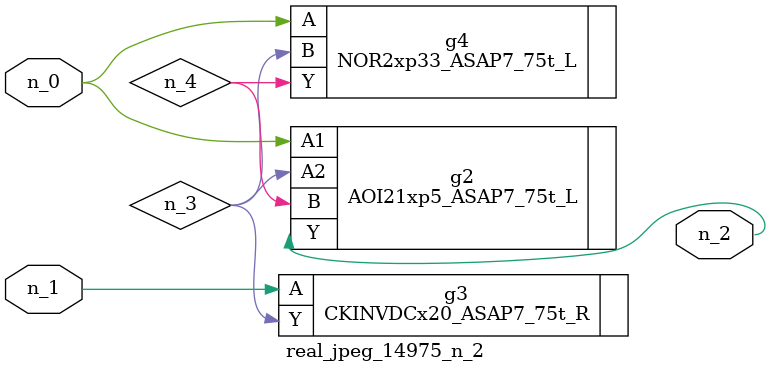
<source format=v>
module real_jpeg_14975_n_2 (n_1, n_0, n_2);

input n_1;
input n_0;

output n_2;

wire n_4;
wire n_3;

AOI21xp5_ASAP7_75t_L g2 ( 
.A1(n_0),
.A2(n_3),
.B(n_4),
.Y(n_2)
);

NOR2xp33_ASAP7_75t_L g4 ( 
.A(n_0),
.B(n_3),
.Y(n_4)
);

CKINVDCx20_ASAP7_75t_R g3 ( 
.A(n_1),
.Y(n_3)
);


endmodule
</source>
